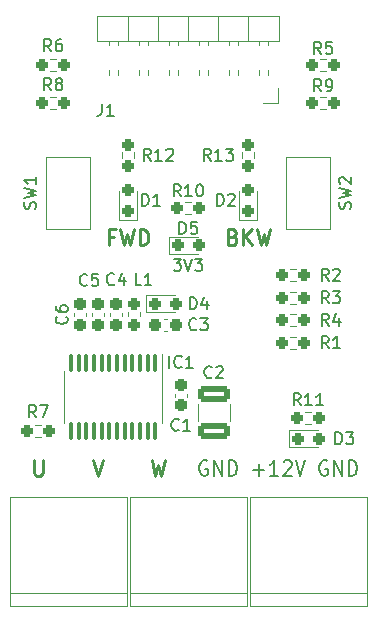
<source format=gto>
G04 #@! TF.GenerationSoftware,KiCad,Pcbnew,7.0.9-7.0.9~ubuntu20.04.1*
G04 #@! TF.CreationDate,2024-01-18T00:40:07+01:00*
G04 #@! TF.ProjectId,kicad-pmod_bldc,6b696361-642d-4706-9d6f-645f626c6463,1.0*
G04 #@! TF.SameCoordinates,Original*
G04 #@! TF.FileFunction,Legend,Top*
G04 #@! TF.FilePolarity,Positive*
%FSLAX46Y46*%
G04 Gerber Fmt 4.6, Leading zero omitted, Abs format (unit mm)*
G04 Created by KiCad (PCBNEW 7.0.9-7.0.9~ubuntu20.04.1) date 2024-01-18 00:40:07*
%MOMM*%
%LPD*%
G01*
G04 APERTURE LIST*
G04 Aperture macros list*
%AMRoundRect*
0 Rectangle with rounded corners*
0 $1 Rounding radius*
0 $2 $3 $4 $5 $6 $7 $8 $9 X,Y pos of 4 corners*
0 Add a 4 corners polygon primitive as box body*
4,1,4,$2,$3,$4,$5,$6,$7,$8,$9,$2,$3,0*
0 Add four circle primitives for the rounded corners*
1,1,$1+$1,$2,$3*
1,1,$1+$1,$4,$5*
1,1,$1+$1,$6,$7*
1,1,$1+$1,$8,$9*
0 Add four rect primitives between the rounded corners*
20,1,$1+$1,$2,$3,$4,$5,0*
20,1,$1+$1,$4,$5,$6,$7,0*
20,1,$1+$1,$6,$7,$8,$9,0*
20,1,$1+$1,$8,$9,$2,$3,0*%
G04 Aperture macros list end*
%ADD10C,0.150000*%
%ADD11C,0.260000*%
%ADD12C,0.120000*%
%ADD13RoundRect,0.237500X0.250000X0.237500X-0.250000X0.237500X-0.250000X-0.237500X0.250000X-0.237500X0*%
%ADD14RoundRect,0.237500X0.237500X-0.287500X0.237500X0.287500X-0.237500X0.287500X-0.237500X-0.287500X0*%
%ADD15RoundRect,0.237500X-0.287500X-0.237500X0.287500X-0.237500X0.287500X0.237500X-0.287500X0.237500X0*%
%ADD16RoundRect,0.237500X-0.237500X0.300000X-0.237500X-0.300000X0.237500X-0.300000X0.237500X0.300000X0*%
%ADD17R,1.500000X1.500000*%
%ADD18R,1.700000X1.700000*%
%ADD19O,1.700000X1.700000*%
%ADD20RoundRect,0.237500X-0.250000X-0.237500X0.250000X-0.237500X0.250000X0.237500X-0.250000X0.237500X0*%
%ADD21R,3.000000X3.000000*%
%ADD22C,3.000000*%
%ADD23RoundRect,0.237500X-0.300000X-0.237500X0.300000X-0.237500X0.300000X0.237500X-0.300000X0.237500X0*%
%ADD24RoundRect,0.237500X-0.237500X0.250000X-0.237500X-0.250000X0.237500X-0.250000X0.237500X0.250000X0*%
%ADD25RoundRect,0.250000X1.100000X-0.412500X1.100000X0.412500X-1.100000X0.412500X-1.100000X-0.412500X0*%
%ADD26R,4.680000X2.400000*%
%ADD27RoundRect,0.100000X-0.100000X0.687500X-0.100000X-0.687500X0.100000X-0.687500X0.100000X0.687500X0*%
%ADD28RoundRect,0.237500X0.237500X-0.300000X0.237500X0.300000X-0.237500X0.300000X-0.237500X-0.300000X0*%
%ADD29RoundRect,0.237500X-0.237500X0.287500X-0.237500X-0.287500X0.237500X-0.287500X0.237500X0.287500X0*%
G04 APERTURE END LIST*
D10*
X113061905Y-71640819D02*
X113680952Y-71640819D01*
X113680952Y-71640819D02*
X113347619Y-72021771D01*
X113347619Y-72021771D02*
X113490476Y-72021771D01*
X113490476Y-72021771D02*
X113585714Y-72069390D01*
X113585714Y-72069390D02*
X113633333Y-72117009D01*
X113633333Y-72117009D02*
X113680952Y-72212247D01*
X113680952Y-72212247D02*
X113680952Y-72450342D01*
X113680952Y-72450342D02*
X113633333Y-72545580D01*
X113633333Y-72545580D02*
X113585714Y-72593200D01*
X113585714Y-72593200D02*
X113490476Y-72640819D01*
X113490476Y-72640819D02*
X113204762Y-72640819D01*
X113204762Y-72640819D02*
X113109524Y-72593200D01*
X113109524Y-72593200D02*
X113061905Y-72545580D01*
X113966667Y-71640819D02*
X114300000Y-72640819D01*
X114300000Y-72640819D02*
X114633333Y-71640819D01*
X114871429Y-71640819D02*
X115490476Y-71640819D01*
X115490476Y-71640819D02*
X115157143Y-72021771D01*
X115157143Y-72021771D02*
X115300000Y-72021771D01*
X115300000Y-72021771D02*
X115395238Y-72069390D01*
X115395238Y-72069390D02*
X115442857Y-72117009D01*
X115442857Y-72117009D02*
X115490476Y-72212247D01*
X115490476Y-72212247D02*
X115490476Y-72450342D01*
X115490476Y-72450342D02*
X115442857Y-72545580D01*
X115442857Y-72545580D02*
X115395238Y-72593200D01*
X115395238Y-72593200D02*
X115300000Y-72640819D01*
X115300000Y-72640819D02*
X115014286Y-72640819D01*
X115014286Y-72640819D02*
X114919048Y-72593200D01*
X114919048Y-72593200D02*
X114871429Y-72545580D01*
X115925714Y-88765009D02*
X115811429Y-88703104D01*
X115811429Y-88703104D02*
X115640000Y-88703104D01*
X115640000Y-88703104D02*
X115468571Y-88765009D01*
X115468571Y-88765009D02*
X115354286Y-88888819D01*
X115354286Y-88888819D02*
X115297143Y-89012628D01*
X115297143Y-89012628D02*
X115240000Y-89260247D01*
X115240000Y-89260247D02*
X115240000Y-89445961D01*
X115240000Y-89445961D02*
X115297143Y-89693580D01*
X115297143Y-89693580D02*
X115354286Y-89817390D01*
X115354286Y-89817390D02*
X115468571Y-89941200D01*
X115468571Y-89941200D02*
X115640000Y-90003104D01*
X115640000Y-90003104D02*
X115754286Y-90003104D01*
X115754286Y-90003104D02*
X115925714Y-89941200D01*
X115925714Y-89941200D02*
X115982857Y-89879295D01*
X115982857Y-89879295D02*
X115982857Y-89445961D01*
X115982857Y-89445961D02*
X115754286Y-89445961D01*
X116497143Y-90003104D02*
X116497143Y-88703104D01*
X116497143Y-88703104D02*
X117182857Y-90003104D01*
X117182857Y-90003104D02*
X117182857Y-88703104D01*
X117754286Y-90003104D02*
X117754286Y-88703104D01*
X117754286Y-88703104D02*
X118040000Y-88703104D01*
X118040000Y-88703104D02*
X118211429Y-88765009D01*
X118211429Y-88765009D02*
X118325714Y-88888819D01*
X118325714Y-88888819D02*
X118382857Y-89012628D01*
X118382857Y-89012628D02*
X118440000Y-89260247D01*
X118440000Y-89260247D02*
X118440000Y-89445961D01*
X118440000Y-89445961D02*
X118382857Y-89693580D01*
X118382857Y-89693580D02*
X118325714Y-89817390D01*
X118325714Y-89817390D02*
X118211429Y-89941200D01*
X118211429Y-89941200D02*
X118040000Y-90003104D01*
X118040000Y-90003104D02*
X117754286Y-90003104D01*
X119805715Y-89507866D02*
X120720001Y-89507866D01*
X120262858Y-90003104D02*
X120262858Y-89012628D01*
X121920000Y-90003104D02*
X121234286Y-90003104D01*
X121577143Y-90003104D02*
X121577143Y-88703104D01*
X121577143Y-88703104D02*
X121462857Y-88888819D01*
X121462857Y-88888819D02*
X121348572Y-89012628D01*
X121348572Y-89012628D02*
X121234286Y-89074533D01*
X122377143Y-88826914D02*
X122434286Y-88765009D01*
X122434286Y-88765009D02*
X122548572Y-88703104D01*
X122548572Y-88703104D02*
X122834286Y-88703104D01*
X122834286Y-88703104D02*
X122948572Y-88765009D01*
X122948572Y-88765009D02*
X123005714Y-88826914D01*
X123005714Y-88826914D02*
X123062857Y-88950723D01*
X123062857Y-88950723D02*
X123062857Y-89074533D01*
X123062857Y-89074533D02*
X123005714Y-89260247D01*
X123005714Y-89260247D02*
X122320000Y-90003104D01*
X122320000Y-90003104D02*
X123062857Y-90003104D01*
X123405714Y-88703104D02*
X123805714Y-90003104D01*
X123805714Y-90003104D02*
X124205714Y-88703104D01*
D11*
X118080000Y-69758432D02*
X118265714Y-69820337D01*
X118265714Y-69820337D02*
X118327619Y-69882241D01*
X118327619Y-69882241D02*
X118389523Y-70006051D01*
X118389523Y-70006051D02*
X118389523Y-70191765D01*
X118389523Y-70191765D02*
X118327619Y-70315575D01*
X118327619Y-70315575D02*
X118265714Y-70377480D01*
X118265714Y-70377480D02*
X118141904Y-70439384D01*
X118141904Y-70439384D02*
X117646666Y-70439384D01*
X117646666Y-70439384D02*
X117646666Y-69139384D01*
X117646666Y-69139384D02*
X118080000Y-69139384D01*
X118080000Y-69139384D02*
X118203809Y-69201289D01*
X118203809Y-69201289D02*
X118265714Y-69263194D01*
X118265714Y-69263194D02*
X118327619Y-69387003D01*
X118327619Y-69387003D02*
X118327619Y-69510813D01*
X118327619Y-69510813D02*
X118265714Y-69634622D01*
X118265714Y-69634622D02*
X118203809Y-69696527D01*
X118203809Y-69696527D02*
X118080000Y-69758432D01*
X118080000Y-69758432D02*
X117646666Y-69758432D01*
X118946666Y-70439384D02*
X118946666Y-69139384D01*
X119689523Y-70439384D02*
X119132381Y-69696527D01*
X119689523Y-69139384D02*
X118946666Y-69882241D01*
X120122857Y-69139384D02*
X120432381Y-70439384D01*
X120432381Y-70439384D02*
X120680000Y-69510813D01*
X120680000Y-69510813D02*
X120927619Y-70439384D01*
X120927619Y-70439384D02*
X121237143Y-69139384D01*
D10*
X126085714Y-88765009D02*
X125971429Y-88703104D01*
X125971429Y-88703104D02*
X125800000Y-88703104D01*
X125800000Y-88703104D02*
X125628571Y-88765009D01*
X125628571Y-88765009D02*
X125514286Y-88888819D01*
X125514286Y-88888819D02*
X125457143Y-89012628D01*
X125457143Y-89012628D02*
X125400000Y-89260247D01*
X125400000Y-89260247D02*
X125400000Y-89445961D01*
X125400000Y-89445961D02*
X125457143Y-89693580D01*
X125457143Y-89693580D02*
X125514286Y-89817390D01*
X125514286Y-89817390D02*
X125628571Y-89941200D01*
X125628571Y-89941200D02*
X125800000Y-90003104D01*
X125800000Y-90003104D02*
X125914286Y-90003104D01*
X125914286Y-90003104D02*
X126085714Y-89941200D01*
X126085714Y-89941200D02*
X126142857Y-89879295D01*
X126142857Y-89879295D02*
X126142857Y-89445961D01*
X126142857Y-89445961D02*
X125914286Y-89445961D01*
X126657143Y-90003104D02*
X126657143Y-88703104D01*
X126657143Y-88703104D02*
X127342857Y-90003104D01*
X127342857Y-90003104D02*
X127342857Y-88703104D01*
X127914286Y-90003104D02*
X127914286Y-88703104D01*
X127914286Y-88703104D02*
X128200000Y-88703104D01*
X128200000Y-88703104D02*
X128371429Y-88765009D01*
X128371429Y-88765009D02*
X128485714Y-88888819D01*
X128485714Y-88888819D02*
X128542857Y-89012628D01*
X128542857Y-89012628D02*
X128600000Y-89260247D01*
X128600000Y-89260247D02*
X128600000Y-89445961D01*
X128600000Y-89445961D02*
X128542857Y-89693580D01*
X128542857Y-89693580D02*
X128485714Y-89817390D01*
X128485714Y-89817390D02*
X128371429Y-89941200D01*
X128371429Y-89941200D02*
X128200000Y-90003104D01*
X128200000Y-90003104D02*
X127914286Y-90003104D01*
D11*
X106246666Y-88697384D02*
X106679999Y-89997384D01*
X106679999Y-89997384D02*
X107113333Y-88697384D01*
X101228571Y-88697384D02*
X101228571Y-89749765D01*
X101228571Y-89749765D02*
X101290476Y-89873575D01*
X101290476Y-89873575D02*
X101352381Y-89935480D01*
X101352381Y-89935480D02*
X101476190Y-89997384D01*
X101476190Y-89997384D02*
X101723809Y-89997384D01*
X101723809Y-89997384D02*
X101847619Y-89935480D01*
X101847619Y-89935480D02*
X101909524Y-89873575D01*
X101909524Y-89873575D02*
X101971428Y-89749765D01*
X101971428Y-89749765D02*
X101971428Y-88697384D01*
X108012857Y-69758432D02*
X107579523Y-69758432D01*
X107579523Y-70439384D02*
X107579523Y-69139384D01*
X107579523Y-69139384D02*
X108198571Y-69139384D01*
X108570000Y-69139384D02*
X108879524Y-70439384D01*
X108879524Y-70439384D02*
X109127143Y-69510813D01*
X109127143Y-69510813D02*
X109374762Y-70439384D01*
X109374762Y-70439384D02*
X109684286Y-69139384D01*
X110179523Y-70439384D02*
X110179523Y-69139384D01*
X110179523Y-69139384D02*
X110489047Y-69139384D01*
X110489047Y-69139384D02*
X110674761Y-69201289D01*
X110674761Y-69201289D02*
X110798571Y-69325099D01*
X110798571Y-69325099D02*
X110860476Y-69448908D01*
X110860476Y-69448908D02*
X110922380Y-69696527D01*
X110922380Y-69696527D02*
X110922380Y-69882241D01*
X110922380Y-69882241D02*
X110860476Y-70129860D01*
X110860476Y-70129860D02*
X110798571Y-70253670D01*
X110798571Y-70253670D02*
X110674761Y-70377480D01*
X110674761Y-70377480D02*
X110489047Y-70439384D01*
X110489047Y-70439384D02*
X110179523Y-70439384D01*
X111202857Y-88697384D02*
X111512381Y-89997384D01*
X111512381Y-89997384D02*
X111760000Y-89068813D01*
X111760000Y-89068813D02*
X112007619Y-89997384D01*
X112007619Y-89997384D02*
X112317143Y-88697384D01*
D10*
X101433333Y-85036819D02*
X101100000Y-84560628D01*
X100861905Y-85036819D02*
X100861905Y-84036819D01*
X100861905Y-84036819D02*
X101242857Y-84036819D01*
X101242857Y-84036819D02*
X101338095Y-84084438D01*
X101338095Y-84084438D02*
X101385714Y-84132057D01*
X101385714Y-84132057D02*
X101433333Y-84227295D01*
X101433333Y-84227295D02*
X101433333Y-84370152D01*
X101433333Y-84370152D02*
X101385714Y-84465390D01*
X101385714Y-84465390D02*
X101338095Y-84513009D01*
X101338095Y-84513009D02*
X101242857Y-84560628D01*
X101242857Y-84560628D02*
X100861905Y-84560628D01*
X101766667Y-84036819D02*
X102433333Y-84036819D01*
X102433333Y-84036819D02*
X102004762Y-85036819D01*
X126198333Y-73479819D02*
X125865000Y-73003628D01*
X125626905Y-73479819D02*
X125626905Y-72479819D01*
X125626905Y-72479819D02*
X126007857Y-72479819D01*
X126007857Y-72479819D02*
X126103095Y-72527438D01*
X126103095Y-72527438D02*
X126150714Y-72575057D01*
X126150714Y-72575057D02*
X126198333Y-72670295D01*
X126198333Y-72670295D02*
X126198333Y-72813152D01*
X126198333Y-72813152D02*
X126150714Y-72908390D01*
X126150714Y-72908390D02*
X126103095Y-72956009D01*
X126103095Y-72956009D02*
X126007857Y-73003628D01*
X126007857Y-73003628D02*
X125626905Y-73003628D01*
X126579286Y-72575057D02*
X126626905Y-72527438D01*
X126626905Y-72527438D02*
X126722143Y-72479819D01*
X126722143Y-72479819D02*
X126960238Y-72479819D01*
X126960238Y-72479819D02*
X127055476Y-72527438D01*
X127055476Y-72527438D02*
X127103095Y-72575057D01*
X127103095Y-72575057D02*
X127150714Y-72670295D01*
X127150714Y-72670295D02*
X127150714Y-72765533D01*
X127150714Y-72765533D02*
X127103095Y-72908390D01*
X127103095Y-72908390D02*
X126531667Y-73479819D01*
X126531667Y-73479819D02*
X127150714Y-73479819D01*
X110386905Y-67129819D02*
X110386905Y-66129819D01*
X110386905Y-66129819D02*
X110625000Y-66129819D01*
X110625000Y-66129819D02*
X110767857Y-66177438D01*
X110767857Y-66177438D02*
X110863095Y-66272676D01*
X110863095Y-66272676D02*
X110910714Y-66367914D01*
X110910714Y-66367914D02*
X110958333Y-66558390D01*
X110958333Y-66558390D02*
X110958333Y-66701247D01*
X110958333Y-66701247D02*
X110910714Y-66891723D01*
X110910714Y-66891723D02*
X110863095Y-66986961D01*
X110863095Y-66986961D02*
X110767857Y-67082200D01*
X110767857Y-67082200D02*
X110625000Y-67129819D01*
X110625000Y-67129819D02*
X110386905Y-67129819D01*
X111910714Y-67129819D02*
X111339286Y-67129819D01*
X111625000Y-67129819D02*
X111625000Y-66129819D01*
X111625000Y-66129819D02*
X111529762Y-66272676D01*
X111529762Y-66272676D02*
X111434524Y-66367914D01*
X111434524Y-66367914D02*
X111339286Y-66415533D01*
X126769905Y-87322819D02*
X126769905Y-86322819D01*
X126769905Y-86322819D02*
X127008000Y-86322819D01*
X127008000Y-86322819D02*
X127150857Y-86370438D01*
X127150857Y-86370438D02*
X127246095Y-86465676D01*
X127246095Y-86465676D02*
X127293714Y-86560914D01*
X127293714Y-86560914D02*
X127341333Y-86751390D01*
X127341333Y-86751390D02*
X127341333Y-86894247D01*
X127341333Y-86894247D02*
X127293714Y-87084723D01*
X127293714Y-87084723D02*
X127246095Y-87179961D01*
X127246095Y-87179961D02*
X127150857Y-87275200D01*
X127150857Y-87275200D02*
X127008000Y-87322819D01*
X127008000Y-87322819D02*
X126769905Y-87322819D01*
X127674667Y-86322819D02*
X128293714Y-86322819D01*
X128293714Y-86322819D02*
X127960381Y-86703771D01*
X127960381Y-86703771D02*
X128103238Y-86703771D01*
X128103238Y-86703771D02*
X128198476Y-86751390D01*
X128198476Y-86751390D02*
X128246095Y-86799009D01*
X128246095Y-86799009D02*
X128293714Y-86894247D01*
X128293714Y-86894247D02*
X128293714Y-87132342D01*
X128293714Y-87132342D02*
X128246095Y-87227580D01*
X128246095Y-87227580D02*
X128198476Y-87275200D01*
X128198476Y-87275200D02*
X128103238Y-87322819D01*
X128103238Y-87322819D02*
X127817524Y-87322819D01*
X127817524Y-87322819D02*
X127722286Y-87275200D01*
X127722286Y-87275200D02*
X127674667Y-87227580D01*
X105751333Y-73818580D02*
X105703714Y-73866200D01*
X105703714Y-73866200D02*
X105560857Y-73913819D01*
X105560857Y-73913819D02*
X105465619Y-73913819D01*
X105465619Y-73913819D02*
X105322762Y-73866200D01*
X105322762Y-73866200D02*
X105227524Y-73770961D01*
X105227524Y-73770961D02*
X105179905Y-73675723D01*
X105179905Y-73675723D02*
X105132286Y-73485247D01*
X105132286Y-73485247D02*
X105132286Y-73342390D01*
X105132286Y-73342390D02*
X105179905Y-73151914D01*
X105179905Y-73151914D02*
X105227524Y-73056676D01*
X105227524Y-73056676D02*
X105322762Y-72961438D01*
X105322762Y-72961438D02*
X105465619Y-72913819D01*
X105465619Y-72913819D02*
X105560857Y-72913819D01*
X105560857Y-72913819D02*
X105703714Y-72961438D01*
X105703714Y-72961438D02*
X105751333Y-73009057D01*
X106656095Y-72913819D02*
X106179905Y-72913819D01*
X106179905Y-72913819D02*
X106132286Y-73390009D01*
X106132286Y-73390009D02*
X106179905Y-73342390D01*
X106179905Y-73342390D02*
X106275143Y-73294771D01*
X106275143Y-73294771D02*
X106513238Y-73294771D01*
X106513238Y-73294771D02*
X106608476Y-73342390D01*
X106608476Y-73342390D02*
X106656095Y-73390009D01*
X106656095Y-73390009D02*
X106703714Y-73485247D01*
X106703714Y-73485247D02*
X106703714Y-73723342D01*
X106703714Y-73723342D02*
X106656095Y-73818580D01*
X106656095Y-73818580D02*
X106608476Y-73866200D01*
X106608476Y-73866200D02*
X106513238Y-73913819D01*
X106513238Y-73913819D02*
X106275143Y-73913819D01*
X106275143Y-73913819D02*
X106179905Y-73866200D01*
X106179905Y-73866200D02*
X106132286Y-73818580D01*
X101372200Y-67373332D02*
X101419819Y-67230475D01*
X101419819Y-67230475D02*
X101419819Y-66992380D01*
X101419819Y-66992380D02*
X101372200Y-66897142D01*
X101372200Y-66897142D02*
X101324580Y-66849523D01*
X101324580Y-66849523D02*
X101229342Y-66801904D01*
X101229342Y-66801904D02*
X101134104Y-66801904D01*
X101134104Y-66801904D02*
X101038866Y-66849523D01*
X101038866Y-66849523D02*
X100991247Y-66897142D01*
X100991247Y-66897142D02*
X100943628Y-66992380D01*
X100943628Y-66992380D02*
X100896009Y-67182856D01*
X100896009Y-67182856D02*
X100848390Y-67278094D01*
X100848390Y-67278094D02*
X100800771Y-67325713D01*
X100800771Y-67325713D02*
X100705533Y-67373332D01*
X100705533Y-67373332D02*
X100610295Y-67373332D01*
X100610295Y-67373332D02*
X100515057Y-67325713D01*
X100515057Y-67325713D02*
X100467438Y-67278094D01*
X100467438Y-67278094D02*
X100419819Y-67182856D01*
X100419819Y-67182856D02*
X100419819Y-66944761D01*
X100419819Y-66944761D02*
X100467438Y-66801904D01*
X100419819Y-66468570D02*
X101419819Y-66230475D01*
X101419819Y-66230475D02*
X100705533Y-66039999D01*
X100705533Y-66039999D02*
X101419819Y-65849523D01*
X101419819Y-65849523D02*
X100419819Y-65611428D01*
X101419819Y-64706666D02*
X101419819Y-65278094D01*
X101419819Y-64992380D02*
X100419819Y-64992380D01*
X100419819Y-64992380D02*
X100562676Y-65087618D01*
X100562676Y-65087618D02*
X100657914Y-65182856D01*
X100657914Y-65182856D02*
X100705533Y-65278094D01*
X106981666Y-58509819D02*
X106981666Y-59224104D01*
X106981666Y-59224104D02*
X106934047Y-59366961D01*
X106934047Y-59366961D02*
X106838809Y-59462200D01*
X106838809Y-59462200D02*
X106695952Y-59509819D01*
X106695952Y-59509819D02*
X106600714Y-59509819D01*
X107981666Y-59509819D02*
X107410238Y-59509819D01*
X107695952Y-59509819D02*
X107695952Y-58509819D01*
X107695952Y-58509819D02*
X107600714Y-58652676D01*
X107600714Y-58652676D02*
X107505476Y-58747914D01*
X107505476Y-58747914D02*
X107410238Y-58795533D01*
X125563333Y-54269819D02*
X125230000Y-53793628D01*
X124991905Y-54269819D02*
X124991905Y-53269819D01*
X124991905Y-53269819D02*
X125372857Y-53269819D01*
X125372857Y-53269819D02*
X125468095Y-53317438D01*
X125468095Y-53317438D02*
X125515714Y-53365057D01*
X125515714Y-53365057D02*
X125563333Y-53460295D01*
X125563333Y-53460295D02*
X125563333Y-53603152D01*
X125563333Y-53603152D02*
X125515714Y-53698390D01*
X125515714Y-53698390D02*
X125468095Y-53746009D01*
X125468095Y-53746009D02*
X125372857Y-53793628D01*
X125372857Y-53793628D02*
X124991905Y-53793628D01*
X126468095Y-53269819D02*
X125991905Y-53269819D01*
X125991905Y-53269819D02*
X125944286Y-53746009D01*
X125944286Y-53746009D02*
X125991905Y-53698390D01*
X125991905Y-53698390D02*
X126087143Y-53650771D01*
X126087143Y-53650771D02*
X126325238Y-53650771D01*
X126325238Y-53650771D02*
X126420476Y-53698390D01*
X126420476Y-53698390D02*
X126468095Y-53746009D01*
X126468095Y-53746009D02*
X126515714Y-53841247D01*
X126515714Y-53841247D02*
X126515714Y-54079342D01*
X126515714Y-54079342D02*
X126468095Y-54174580D01*
X126468095Y-54174580D02*
X126420476Y-54222200D01*
X126420476Y-54222200D02*
X126325238Y-54269819D01*
X126325238Y-54269819D02*
X126087143Y-54269819D01*
X126087143Y-54269819D02*
X125991905Y-54222200D01*
X125991905Y-54222200D02*
X125944286Y-54174580D01*
X114995833Y-77575580D02*
X114948214Y-77623200D01*
X114948214Y-77623200D02*
X114805357Y-77670819D01*
X114805357Y-77670819D02*
X114710119Y-77670819D01*
X114710119Y-77670819D02*
X114567262Y-77623200D01*
X114567262Y-77623200D02*
X114472024Y-77527961D01*
X114472024Y-77527961D02*
X114424405Y-77432723D01*
X114424405Y-77432723D02*
X114376786Y-77242247D01*
X114376786Y-77242247D02*
X114376786Y-77099390D01*
X114376786Y-77099390D02*
X114424405Y-76908914D01*
X114424405Y-76908914D02*
X114472024Y-76813676D01*
X114472024Y-76813676D02*
X114567262Y-76718438D01*
X114567262Y-76718438D02*
X114710119Y-76670819D01*
X114710119Y-76670819D02*
X114805357Y-76670819D01*
X114805357Y-76670819D02*
X114948214Y-76718438D01*
X114948214Y-76718438D02*
X114995833Y-76766057D01*
X115329167Y-76670819D02*
X115948214Y-76670819D01*
X115948214Y-76670819D02*
X115614881Y-77051771D01*
X115614881Y-77051771D02*
X115757738Y-77051771D01*
X115757738Y-77051771D02*
X115852976Y-77099390D01*
X115852976Y-77099390D02*
X115900595Y-77147009D01*
X115900595Y-77147009D02*
X115948214Y-77242247D01*
X115948214Y-77242247D02*
X115948214Y-77480342D01*
X115948214Y-77480342D02*
X115900595Y-77575580D01*
X115900595Y-77575580D02*
X115852976Y-77623200D01*
X115852976Y-77623200D02*
X115757738Y-77670819D01*
X115757738Y-77670819D02*
X115472024Y-77670819D01*
X115472024Y-77670819D02*
X115376786Y-77623200D01*
X115376786Y-77623200D02*
X115329167Y-77575580D01*
X126198333Y-79194819D02*
X125865000Y-78718628D01*
X125626905Y-79194819D02*
X125626905Y-78194819D01*
X125626905Y-78194819D02*
X126007857Y-78194819D01*
X126007857Y-78194819D02*
X126103095Y-78242438D01*
X126103095Y-78242438D02*
X126150714Y-78290057D01*
X126150714Y-78290057D02*
X126198333Y-78385295D01*
X126198333Y-78385295D02*
X126198333Y-78528152D01*
X126198333Y-78528152D02*
X126150714Y-78623390D01*
X126150714Y-78623390D02*
X126103095Y-78671009D01*
X126103095Y-78671009D02*
X126007857Y-78718628D01*
X126007857Y-78718628D02*
X125626905Y-78718628D01*
X127150714Y-79194819D02*
X126579286Y-79194819D01*
X126865000Y-79194819D02*
X126865000Y-78194819D01*
X126865000Y-78194819D02*
X126769762Y-78337676D01*
X126769762Y-78337676D02*
X126674524Y-78432914D01*
X126674524Y-78432914D02*
X126579286Y-78480533D01*
X114450905Y-75892819D02*
X114450905Y-74892819D01*
X114450905Y-74892819D02*
X114689000Y-74892819D01*
X114689000Y-74892819D02*
X114831857Y-74940438D01*
X114831857Y-74940438D02*
X114927095Y-75035676D01*
X114927095Y-75035676D02*
X114974714Y-75130914D01*
X114974714Y-75130914D02*
X115022333Y-75321390D01*
X115022333Y-75321390D02*
X115022333Y-75464247D01*
X115022333Y-75464247D02*
X114974714Y-75654723D01*
X114974714Y-75654723D02*
X114927095Y-75749961D01*
X114927095Y-75749961D02*
X114831857Y-75845200D01*
X114831857Y-75845200D02*
X114689000Y-75892819D01*
X114689000Y-75892819D02*
X114450905Y-75892819D01*
X115879476Y-75226152D02*
X115879476Y-75892819D01*
X115641381Y-74845200D02*
X115403286Y-75559485D01*
X115403286Y-75559485D02*
X116022333Y-75559485D01*
X111117142Y-63319819D02*
X110783809Y-62843628D01*
X110545714Y-63319819D02*
X110545714Y-62319819D01*
X110545714Y-62319819D02*
X110926666Y-62319819D01*
X110926666Y-62319819D02*
X111021904Y-62367438D01*
X111021904Y-62367438D02*
X111069523Y-62415057D01*
X111069523Y-62415057D02*
X111117142Y-62510295D01*
X111117142Y-62510295D02*
X111117142Y-62653152D01*
X111117142Y-62653152D02*
X111069523Y-62748390D01*
X111069523Y-62748390D02*
X111021904Y-62796009D01*
X111021904Y-62796009D02*
X110926666Y-62843628D01*
X110926666Y-62843628D02*
X110545714Y-62843628D01*
X112069523Y-63319819D02*
X111498095Y-63319819D01*
X111783809Y-63319819D02*
X111783809Y-62319819D01*
X111783809Y-62319819D02*
X111688571Y-62462676D01*
X111688571Y-62462676D02*
X111593333Y-62557914D01*
X111593333Y-62557914D02*
X111498095Y-62605533D01*
X112450476Y-62415057D02*
X112498095Y-62367438D01*
X112498095Y-62367438D02*
X112593333Y-62319819D01*
X112593333Y-62319819D02*
X112831428Y-62319819D01*
X112831428Y-62319819D02*
X112926666Y-62367438D01*
X112926666Y-62367438D02*
X112974285Y-62415057D01*
X112974285Y-62415057D02*
X113021904Y-62510295D01*
X113021904Y-62510295D02*
X113021904Y-62605533D01*
X113021904Y-62605533D02*
X112974285Y-62748390D01*
X112974285Y-62748390D02*
X112402857Y-63319819D01*
X112402857Y-63319819D02*
X113021904Y-63319819D01*
X116292333Y-81639580D02*
X116244714Y-81687200D01*
X116244714Y-81687200D02*
X116101857Y-81734819D01*
X116101857Y-81734819D02*
X116006619Y-81734819D01*
X116006619Y-81734819D02*
X115863762Y-81687200D01*
X115863762Y-81687200D02*
X115768524Y-81591961D01*
X115768524Y-81591961D02*
X115720905Y-81496723D01*
X115720905Y-81496723D02*
X115673286Y-81306247D01*
X115673286Y-81306247D02*
X115673286Y-81163390D01*
X115673286Y-81163390D02*
X115720905Y-80972914D01*
X115720905Y-80972914D02*
X115768524Y-80877676D01*
X115768524Y-80877676D02*
X115863762Y-80782438D01*
X115863762Y-80782438D02*
X116006619Y-80734819D01*
X116006619Y-80734819D02*
X116101857Y-80734819D01*
X116101857Y-80734819D02*
X116244714Y-80782438D01*
X116244714Y-80782438D02*
X116292333Y-80830057D01*
X116673286Y-80830057D02*
X116720905Y-80782438D01*
X116720905Y-80782438D02*
X116816143Y-80734819D01*
X116816143Y-80734819D02*
X117054238Y-80734819D01*
X117054238Y-80734819D02*
X117149476Y-80782438D01*
X117149476Y-80782438D02*
X117197095Y-80830057D01*
X117197095Y-80830057D02*
X117244714Y-80925295D01*
X117244714Y-80925295D02*
X117244714Y-81020533D01*
X117244714Y-81020533D02*
X117197095Y-81163390D01*
X117197095Y-81163390D02*
X116625667Y-81734819D01*
X116625667Y-81734819D02*
X117244714Y-81734819D01*
X126198333Y-75384819D02*
X125865000Y-74908628D01*
X125626905Y-75384819D02*
X125626905Y-74384819D01*
X125626905Y-74384819D02*
X126007857Y-74384819D01*
X126007857Y-74384819D02*
X126103095Y-74432438D01*
X126103095Y-74432438D02*
X126150714Y-74480057D01*
X126150714Y-74480057D02*
X126198333Y-74575295D01*
X126198333Y-74575295D02*
X126198333Y-74718152D01*
X126198333Y-74718152D02*
X126150714Y-74813390D01*
X126150714Y-74813390D02*
X126103095Y-74861009D01*
X126103095Y-74861009D02*
X126007857Y-74908628D01*
X126007857Y-74908628D02*
X125626905Y-74908628D01*
X126531667Y-74384819D02*
X127150714Y-74384819D01*
X127150714Y-74384819D02*
X126817381Y-74765771D01*
X126817381Y-74765771D02*
X126960238Y-74765771D01*
X126960238Y-74765771D02*
X127055476Y-74813390D01*
X127055476Y-74813390D02*
X127103095Y-74861009D01*
X127103095Y-74861009D02*
X127150714Y-74956247D01*
X127150714Y-74956247D02*
X127150714Y-75194342D01*
X127150714Y-75194342D02*
X127103095Y-75289580D01*
X127103095Y-75289580D02*
X127055476Y-75337200D01*
X127055476Y-75337200D02*
X126960238Y-75384819D01*
X126960238Y-75384819D02*
X126674524Y-75384819D01*
X126674524Y-75384819D02*
X126579286Y-75337200D01*
X126579286Y-75337200D02*
X126531667Y-75289580D01*
X103991580Y-76520166D02*
X104039200Y-76567785D01*
X104039200Y-76567785D02*
X104086819Y-76710642D01*
X104086819Y-76710642D02*
X104086819Y-76805880D01*
X104086819Y-76805880D02*
X104039200Y-76948737D01*
X104039200Y-76948737D02*
X103943961Y-77043975D01*
X103943961Y-77043975D02*
X103848723Y-77091594D01*
X103848723Y-77091594D02*
X103658247Y-77139213D01*
X103658247Y-77139213D02*
X103515390Y-77139213D01*
X103515390Y-77139213D02*
X103324914Y-77091594D01*
X103324914Y-77091594D02*
X103229676Y-77043975D01*
X103229676Y-77043975D02*
X103134438Y-76948737D01*
X103134438Y-76948737D02*
X103086819Y-76805880D01*
X103086819Y-76805880D02*
X103086819Y-76710642D01*
X103086819Y-76710642D02*
X103134438Y-76567785D01*
X103134438Y-76567785D02*
X103182057Y-76520166D01*
X103086819Y-75663023D02*
X103086819Y-75853499D01*
X103086819Y-75853499D02*
X103134438Y-75948737D01*
X103134438Y-75948737D02*
X103182057Y-75996356D01*
X103182057Y-75996356D02*
X103324914Y-76091594D01*
X103324914Y-76091594D02*
X103515390Y-76139213D01*
X103515390Y-76139213D02*
X103896342Y-76139213D01*
X103896342Y-76139213D02*
X103991580Y-76091594D01*
X103991580Y-76091594D02*
X104039200Y-76043975D01*
X104039200Y-76043975D02*
X104086819Y-75948737D01*
X104086819Y-75948737D02*
X104086819Y-75758261D01*
X104086819Y-75758261D02*
X104039200Y-75663023D01*
X104039200Y-75663023D02*
X103991580Y-75615404D01*
X103991580Y-75615404D02*
X103896342Y-75567785D01*
X103896342Y-75567785D02*
X103658247Y-75567785D01*
X103658247Y-75567785D02*
X103563009Y-75615404D01*
X103563009Y-75615404D02*
X103515390Y-75663023D01*
X103515390Y-75663023D02*
X103467771Y-75758261D01*
X103467771Y-75758261D02*
X103467771Y-75948737D01*
X103467771Y-75948737D02*
X103515390Y-76043975D01*
X103515390Y-76043975D02*
X103563009Y-76091594D01*
X103563009Y-76091594D02*
X103658247Y-76139213D01*
X113657142Y-66334819D02*
X113323809Y-65858628D01*
X113085714Y-66334819D02*
X113085714Y-65334819D01*
X113085714Y-65334819D02*
X113466666Y-65334819D01*
X113466666Y-65334819D02*
X113561904Y-65382438D01*
X113561904Y-65382438D02*
X113609523Y-65430057D01*
X113609523Y-65430057D02*
X113657142Y-65525295D01*
X113657142Y-65525295D02*
X113657142Y-65668152D01*
X113657142Y-65668152D02*
X113609523Y-65763390D01*
X113609523Y-65763390D02*
X113561904Y-65811009D01*
X113561904Y-65811009D02*
X113466666Y-65858628D01*
X113466666Y-65858628D02*
X113085714Y-65858628D01*
X114609523Y-66334819D02*
X114038095Y-66334819D01*
X114323809Y-66334819D02*
X114323809Y-65334819D01*
X114323809Y-65334819D02*
X114228571Y-65477676D01*
X114228571Y-65477676D02*
X114133333Y-65572914D01*
X114133333Y-65572914D02*
X114038095Y-65620533D01*
X115228571Y-65334819D02*
X115323809Y-65334819D01*
X115323809Y-65334819D02*
X115419047Y-65382438D01*
X115419047Y-65382438D02*
X115466666Y-65430057D01*
X115466666Y-65430057D02*
X115514285Y-65525295D01*
X115514285Y-65525295D02*
X115561904Y-65715771D01*
X115561904Y-65715771D02*
X115561904Y-65953866D01*
X115561904Y-65953866D02*
X115514285Y-66144342D01*
X115514285Y-66144342D02*
X115466666Y-66239580D01*
X115466666Y-66239580D02*
X115419047Y-66287200D01*
X115419047Y-66287200D02*
X115323809Y-66334819D01*
X115323809Y-66334819D02*
X115228571Y-66334819D01*
X115228571Y-66334819D02*
X115133333Y-66287200D01*
X115133333Y-66287200D02*
X115085714Y-66239580D01*
X115085714Y-66239580D02*
X115038095Y-66144342D01*
X115038095Y-66144342D02*
X114990476Y-65953866D01*
X114990476Y-65953866D02*
X114990476Y-65715771D01*
X114990476Y-65715771D02*
X115038095Y-65525295D01*
X115038095Y-65525295D02*
X115085714Y-65430057D01*
X115085714Y-65430057D02*
X115133333Y-65382438D01*
X115133333Y-65382438D02*
X115228571Y-65334819D01*
X126198333Y-77289819D02*
X125865000Y-76813628D01*
X125626905Y-77289819D02*
X125626905Y-76289819D01*
X125626905Y-76289819D02*
X126007857Y-76289819D01*
X126007857Y-76289819D02*
X126103095Y-76337438D01*
X126103095Y-76337438D02*
X126150714Y-76385057D01*
X126150714Y-76385057D02*
X126198333Y-76480295D01*
X126198333Y-76480295D02*
X126198333Y-76623152D01*
X126198333Y-76623152D02*
X126150714Y-76718390D01*
X126150714Y-76718390D02*
X126103095Y-76766009D01*
X126103095Y-76766009D02*
X126007857Y-76813628D01*
X126007857Y-76813628D02*
X125626905Y-76813628D01*
X127055476Y-76623152D02*
X127055476Y-77289819D01*
X126817381Y-76242200D02*
X126579286Y-76956485D01*
X126579286Y-76956485D02*
X127198333Y-76956485D01*
X108037333Y-73765580D02*
X107989714Y-73813200D01*
X107989714Y-73813200D02*
X107846857Y-73860819D01*
X107846857Y-73860819D02*
X107751619Y-73860819D01*
X107751619Y-73860819D02*
X107608762Y-73813200D01*
X107608762Y-73813200D02*
X107513524Y-73717961D01*
X107513524Y-73717961D02*
X107465905Y-73622723D01*
X107465905Y-73622723D02*
X107418286Y-73432247D01*
X107418286Y-73432247D02*
X107418286Y-73289390D01*
X107418286Y-73289390D02*
X107465905Y-73098914D01*
X107465905Y-73098914D02*
X107513524Y-73003676D01*
X107513524Y-73003676D02*
X107608762Y-72908438D01*
X107608762Y-72908438D02*
X107751619Y-72860819D01*
X107751619Y-72860819D02*
X107846857Y-72860819D01*
X107846857Y-72860819D02*
X107989714Y-72908438D01*
X107989714Y-72908438D02*
X108037333Y-72956057D01*
X108894476Y-73194152D02*
X108894476Y-73860819D01*
X108656381Y-72813200D02*
X108418286Y-73527485D01*
X108418286Y-73527485D02*
X109037333Y-73527485D01*
X116736905Y-67129819D02*
X116736905Y-66129819D01*
X116736905Y-66129819D02*
X116975000Y-66129819D01*
X116975000Y-66129819D02*
X117117857Y-66177438D01*
X117117857Y-66177438D02*
X117213095Y-66272676D01*
X117213095Y-66272676D02*
X117260714Y-66367914D01*
X117260714Y-66367914D02*
X117308333Y-66558390D01*
X117308333Y-66558390D02*
X117308333Y-66701247D01*
X117308333Y-66701247D02*
X117260714Y-66891723D01*
X117260714Y-66891723D02*
X117213095Y-66986961D01*
X117213095Y-66986961D02*
X117117857Y-67082200D01*
X117117857Y-67082200D02*
X116975000Y-67129819D01*
X116975000Y-67129819D02*
X116736905Y-67129819D01*
X117689286Y-66225057D02*
X117736905Y-66177438D01*
X117736905Y-66177438D02*
X117832143Y-66129819D01*
X117832143Y-66129819D02*
X118070238Y-66129819D01*
X118070238Y-66129819D02*
X118165476Y-66177438D01*
X118165476Y-66177438D02*
X118213095Y-66225057D01*
X118213095Y-66225057D02*
X118260714Y-66320295D01*
X118260714Y-66320295D02*
X118260714Y-66415533D01*
X118260714Y-66415533D02*
X118213095Y-66558390D01*
X118213095Y-66558390D02*
X117641667Y-67129819D01*
X117641667Y-67129819D02*
X118260714Y-67129819D01*
X116197142Y-63319819D02*
X115863809Y-62843628D01*
X115625714Y-63319819D02*
X115625714Y-62319819D01*
X115625714Y-62319819D02*
X116006666Y-62319819D01*
X116006666Y-62319819D02*
X116101904Y-62367438D01*
X116101904Y-62367438D02*
X116149523Y-62415057D01*
X116149523Y-62415057D02*
X116197142Y-62510295D01*
X116197142Y-62510295D02*
X116197142Y-62653152D01*
X116197142Y-62653152D02*
X116149523Y-62748390D01*
X116149523Y-62748390D02*
X116101904Y-62796009D01*
X116101904Y-62796009D02*
X116006666Y-62843628D01*
X116006666Y-62843628D02*
X115625714Y-62843628D01*
X117149523Y-63319819D02*
X116578095Y-63319819D01*
X116863809Y-63319819D02*
X116863809Y-62319819D01*
X116863809Y-62319819D02*
X116768571Y-62462676D01*
X116768571Y-62462676D02*
X116673333Y-62557914D01*
X116673333Y-62557914D02*
X116578095Y-62605533D01*
X117482857Y-62319819D02*
X118101904Y-62319819D01*
X118101904Y-62319819D02*
X117768571Y-62700771D01*
X117768571Y-62700771D02*
X117911428Y-62700771D01*
X117911428Y-62700771D02*
X118006666Y-62748390D01*
X118006666Y-62748390D02*
X118054285Y-62796009D01*
X118054285Y-62796009D02*
X118101904Y-62891247D01*
X118101904Y-62891247D02*
X118101904Y-63129342D01*
X118101904Y-63129342D02*
X118054285Y-63224580D01*
X118054285Y-63224580D02*
X118006666Y-63272200D01*
X118006666Y-63272200D02*
X117911428Y-63319819D01*
X117911428Y-63319819D02*
X117625714Y-63319819D01*
X117625714Y-63319819D02*
X117530476Y-63272200D01*
X117530476Y-63272200D02*
X117482857Y-63224580D01*
X113561905Y-69509819D02*
X113561905Y-68509819D01*
X113561905Y-68509819D02*
X113800000Y-68509819D01*
X113800000Y-68509819D02*
X113942857Y-68557438D01*
X113942857Y-68557438D02*
X114038095Y-68652676D01*
X114038095Y-68652676D02*
X114085714Y-68747914D01*
X114085714Y-68747914D02*
X114133333Y-68938390D01*
X114133333Y-68938390D02*
X114133333Y-69081247D01*
X114133333Y-69081247D02*
X114085714Y-69271723D01*
X114085714Y-69271723D02*
X114038095Y-69366961D01*
X114038095Y-69366961D02*
X113942857Y-69462200D01*
X113942857Y-69462200D02*
X113800000Y-69509819D01*
X113800000Y-69509819D02*
X113561905Y-69509819D01*
X115038095Y-68509819D02*
X114561905Y-68509819D01*
X114561905Y-68509819D02*
X114514286Y-68986009D01*
X114514286Y-68986009D02*
X114561905Y-68938390D01*
X114561905Y-68938390D02*
X114657143Y-68890771D01*
X114657143Y-68890771D02*
X114895238Y-68890771D01*
X114895238Y-68890771D02*
X114990476Y-68938390D01*
X114990476Y-68938390D02*
X115038095Y-68986009D01*
X115038095Y-68986009D02*
X115085714Y-69081247D01*
X115085714Y-69081247D02*
X115085714Y-69319342D01*
X115085714Y-69319342D02*
X115038095Y-69414580D01*
X115038095Y-69414580D02*
X114990476Y-69462200D01*
X114990476Y-69462200D02*
X114895238Y-69509819D01*
X114895238Y-69509819D02*
X114657143Y-69509819D01*
X114657143Y-69509819D02*
X114561905Y-69462200D01*
X114561905Y-69462200D02*
X114514286Y-69414580D01*
X102703333Y-57350819D02*
X102370000Y-56874628D01*
X102131905Y-57350819D02*
X102131905Y-56350819D01*
X102131905Y-56350819D02*
X102512857Y-56350819D01*
X102512857Y-56350819D02*
X102608095Y-56398438D01*
X102608095Y-56398438D02*
X102655714Y-56446057D01*
X102655714Y-56446057D02*
X102703333Y-56541295D01*
X102703333Y-56541295D02*
X102703333Y-56684152D01*
X102703333Y-56684152D02*
X102655714Y-56779390D01*
X102655714Y-56779390D02*
X102608095Y-56827009D01*
X102608095Y-56827009D02*
X102512857Y-56874628D01*
X102512857Y-56874628D02*
X102131905Y-56874628D01*
X103274762Y-56779390D02*
X103179524Y-56731771D01*
X103179524Y-56731771D02*
X103131905Y-56684152D01*
X103131905Y-56684152D02*
X103084286Y-56588914D01*
X103084286Y-56588914D02*
X103084286Y-56541295D01*
X103084286Y-56541295D02*
X103131905Y-56446057D01*
X103131905Y-56446057D02*
X103179524Y-56398438D01*
X103179524Y-56398438D02*
X103274762Y-56350819D01*
X103274762Y-56350819D02*
X103465238Y-56350819D01*
X103465238Y-56350819D02*
X103560476Y-56398438D01*
X103560476Y-56398438D02*
X103608095Y-56446057D01*
X103608095Y-56446057D02*
X103655714Y-56541295D01*
X103655714Y-56541295D02*
X103655714Y-56588914D01*
X103655714Y-56588914D02*
X103608095Y-56684152D01*
X103608095Y-56684152D02*
X103560476Y-56731771D01*
X103560476Y-56731771D02*
X103465238Y-56779390D01*
X103465238Y-56779390D02*
X103274762Y-56779390D01*
X103274762Y-56779390D02*
X103179524Y-56827009D01*
X103179524Y-56827009D02*
X103131905Y-56874628D01*
X103131905Y-56874628D02*
X103084286Y-56969866D01*
X103084286Y-56969866D02*
X103084286Y-57160342D01*
X103084286Y-57160342D02*
X103131905Y-57255580D01*
X103131905Y-57255580D02*
X103179524Y-57303200D01*
X103179524Y-57303200D02*
X103274762Y-57350819D01*
X103274762Y-57350819D02*
X103465238Y-57350819D01*
X103465238Y-57350819D02*
X103560476Y-57303200D01*
X103560476Y-57303200D02*
X103608095Y-57255580D01*
X103608095Y-57255580D02*
X103655714Y-57160342D01*
X103655714Y-57160342D02*
X103655714Y-56969866D01*
X103655714Y-56969866D02*
X103608095Y-56874628D01*
X103608095Y-56874628D02*
X103560476Y-56827009D01*
X103560476Y-56827009D02*
X103465238Y-56779390D01*
X112688810Y-80845819D02*
X112688810Y-79845819D01*
X113736428Y-80750580D02*
X113688809Y-80798200D01*
X113688809Y-80798200D02*
X113545952Y-80845819D01*
X113545952Y-80845819D02*
X113450714Y-80845819D01*
X113450714Y-80845819D02*
X113307857Y-80798200D01*
X113307857Y-80798200D02*
X113212619Y-80702961D01*
X113212619Y-80702961D02*
X113165000Y-80607723D01*
X113165000Y-80607723D02*
X113117381Y-80417247D01*
X113117381Y-80417247D02*
X113117381Y-80274390D01*
X113117381Y-80274390D02*
X113165000Y-80083914D01*
X113165000Y-80083914D02*
X113212619Y-79988676D01*
X113212619Y-79988676D02*
X113307857Y-79893438D01*
X113307857Y-79893438D02*
X113450714Y-79845819D01*
X113450714Y-79845819D02*
X113545952Y-79845819D01*
X113545952Y-79845819D02*
X113688809Y-79893438D01*
X113688809Y-79893438D02*
X113736428Y-79941057D01*
X114688809Y-80845819D02*
X114117381Y-80845819D01*
X114403095Y-80845819D02*
X114403095Y-79845819D01*
X114403095Y-79845819D02*
X114307857Y-79988676D01*
X114307857Y-79988676D02*
X114212619Y-80083914D01*
X114212619Y-80083914D02*
X114117381Y-80131533D01*
X128042200Y-67373332D02*
X128089819Y-67230475D01*
X128089819Y-67230475D02*
X128089819Y-66992380D01*
X128089819Y-66992380D02*
X128042200Y-66897142D01*
X128042200Y-66897142D02*
X127994580Y-66849523D01*
X127994580Y-66849523D02*
X127899342Y-66801904D01*
X127899342Y-66801904D02*
X127804104Y-66801904D01*
X127804104Y-66801904D02*
X127708866Y-66849523D01*
X127708866Y-66849523D02*
X127661247Y-66897142D01*
X127661247Y-66897142D02*
X127613628Y-66992380D01*
X127613628Y-66992380D02*
X127566009Y-67182856D01*
X127566009Y-67182856D02*
X127518390Y-67278094D01*
X127518390Y-67278094D02*
X127470771Y-67325713D01*
X127470771Y-67325713D02*
X127375533Y-67373332D01*
X127375533Y-67373332D02*
X127280295Y-67373332D01*
X127280295Y-67373332D02*
X127185057Y-67325713D01*
X127185057Y-67325713D02*
X127137438Y-67278094D01*
X127137438Y-67278094D02*
X127089819Y-67182856D01*
X127089819Y-67182856D02*
X127089819Y-66944761D01*
X127089819Y-66944761D02*
X127137438Y-66801904D01*
X127089819Y-66468570D02*
X128089819Y-66230475D01*
X128089819Y-66230475D02*
X127375533Y-66039999D01*
X127375533Y-66039999D02*
X128089819Y-65849523D01*
X128089819Y-65849523D02*
X127089819Y-65611428D01*
X127185057Y-65278094D02*
X127137438Y-65230475D01*
X127137438Y-65230475D02*
X127089819Y-65135237D01*
X127089819Y-65135237D02*
X127089819Y-64897142D01*
X127089819Y-64897142D02*
X127137438Y-64801904D01*
X127137438Y-64801904D02*
X127185057Y-64754285D01*
X127185057Y-64754285D02*
X127280295Y-64706666D01*
X127280295Y-64706666D02*
X127375533Y-64706666D01*
X127375533Y-64706666D02*
X127518390Y-64754285D01*
X127518390Y-64754285D02*
X128089819Y-65325713D01*
X128089819Y-65325713D02*
X128089819Y-64706666D01*
X102703333Y-54048819D02*
X102370000Y-53572628D01*
X102131905Y-54048819D02*
X102131905Y-53048819D01*
X102131905Y-53048819D02*
X102512857Y-53048819D01*
X102512857Y-53048819D02*
X102608095Y-53096438D01*
X102608095Y-53096438D02*
X102655714Y-53144057D01*
X102655714Y-53144057D02*
X102703333Y-53239295D01*
X102703333Y-53239295D02*
X102703333Y-53382152D01*
X102703333Y-53382152D02*
X102655714Y-53477390D01*
X102655714Y-53477390D02*
X102608095Y-53525009D01*
X102608095Y-53525009D02*
X102512857Y-53572628D01*
X102512857Y-53572628D02*
X102131905Y-53572628D01*
X103560476Y-53048819D02*
X103370000Y-53048819D01*
X103370000Y-53048819D02*
X103274762Y-53096438D01*
X103274762Y-53096438D02*
X103227143Y-53144057D01*
X103227143Y-53144057D02*
X103131905Y-53286914D01*
X103131905Y-53286914D02*
X103084286Y-53477390D01*
X103084286Y-53477390D02*
X103084286Y-53858342D01*
X103084286Y-53858342D02*
X103131905Y-53953580D01*
X103131905Y-53953580D02*
X103179524Y-54001200D01*
X103179524Y-54001200D02*
X103274762Y-54048819D01*
X103274762Y-54048819D02*
X103465238Y-54048819D01*
X103465238Y-54048819D02*
X103560476Y-54001200D01*
X103560476Y-54001200D02*
X103608095Y-53953580D01*
X103608095Y-53953580D02*
X103655714Y-53858342D01*
X103655714Y-53858342D02*
X103655714Y-53620247D01*
X103655714Y-53620247D02*
X103608095Y-53525009D01*
X103608095Y-53525009D02*
X103560476Y-53477390D01*
X103560476Y-53477390D02*
X103465238Y-53429771D01*
X103465238Y-53429771D02*
X103274762Y-53429771D01*
X103274762Y-53429771D02*
X103179524Y-53477390D01*
X103179524Y-53477390D02*
X103131905Y-53525009D01*
X103131905Y-53525009D02*
X103084286Y-53620247D01*
X113498333Y-86084580D02*
X113450714Y-86132200D01*
X113450714Y-86132200D02*
X113307857Y-86179819D01*
X113307857Y-86179819D02*
X113212619Y-86179819D01*
X113212619Y-86179819D02*
X113069762Y-86132200D01*
X113069762Y-86132200D02*
X112974524Y-86036961D01*
X112974524Y-86036961D02*
X112926905Y-85941723D01*
X112926905Y-85941723D02*
X112879286Y-85751247D01*
X112879286Y-85751247D02*
X112879286Y-85608390D01*
X112879286Y-85608390D02*
X112926905Y-85417914D01*
X112926905Y-85417914D02*
X112974524Y-85322676D01*
X112974524Y-85322676D02*
X113069762Y-85227438D01*
X113069762Y-85227438D02*
X113212619Y-85179819D01*
X113212619Y-85179819D02*
X113307857Y-85179819D01*
X113307857Y-85179819D02*
X113450714Y-85227438D01*
X113450714Y-85227438D02*
X113498333Y-85275057D01*
X114450714Y-86179819D02*
X113879286Y-86179819D01*
X114165000Y-86179819D02*
X114165000Y-85179819D01*
X114165000Y-85179819D02*
X114069762Y-85322676D01*
X114069762Y-85322676D02*
X113974524Y-85417914D01*
X113974524Y-85417914D02*
X113879286Y-85465533D01*
X110323333Y-73860819D02*
X109847143Y-73860819D01*
X109847143Y-73860819D02*
X109847143Y-72860819D01*
X111180476Y-73860819D02*
X110609048Y-73860819D01*
X110894762Y-73860819D02*
X110894762Y-72860819D01*
X110894762Y-72860819D02*
X110799524Y-73003676D01*
X110799524Y-73003676D02*
X110704286Y-73098914D01*
X110704286Y-73098914D02*
X110609048Y-73146533D01*
X123817142Y-84020819D02*
X123483809Y-83544628D01*
X123245714Y-84020819D02*
X123245714Y-83020819D01*
X123245714Y-83020819D02*
X123626666Y-83020819D01*
X123626666Y-83020819D02*
X123721904Y-83068438D01*
X123721904Y-83068438D02*
X123769523Y-83116057D01*
X123769523Y-83116057D02*
X123817142Y-83211295D01*
X123817142Y-83211295D02*
X123817142Y-83354152D01*
X123817142Y-83354152D02*
X123769523Y-83449390D01*
X123769523Y-83449390D02*
X123721904Y-83497009D01*
X123721904Y-83497009D02*
X123626666Y-83544628D01*
X123626666Y-83544628D02*
X123245714Y-83544628D01*
X124769523Y-84020819D02*
X124198095Y-84020819D01*
X124483809Y-84020819D02*
X124483809Y-83020819D01*
X124483809Y-83020819D02*
X124388571Y-83163676D01*
X124388571Y-83163676D02*
X124293333Y-83258914D01*
X124293333Y-83258914D02*
X124198095Y-83306533D01*
X125721904Y-84020819D02*
X125150476Y-84020819D01*
X125436190Y-84020819D02*
X125436190Y-83020819D01*
X125436190Y-83020819D02*
X125340952Y-83163676D01*
X125340952Y-83163676D02*
X125245714Y-83258914D01*
X125245714Y-83258914D02*
X125150476Y-83306533D01*
X125563333Y-57444819D02*
X125230000Y-56968628D01*
X124991905Y-57444819D02*
X124991905Y-56444819D01*
X124991905Y-56444819D02*
X125372857Y-56444819D01*
X125372857Y-56444819D02*
X125468095Y-56492438D01*
X125468095Y-56492438D02*
X125515714Y-56540057D01*
X125515714Y-56540057D02*
X125563333Y-56635295D01*
X125563333Y-56635295D02*
X125563333Y-56778152D01*
X125563333Y-56778152D02*
X125515714Y-56873390D01*
X125515714Y-56873390D02*
X125468095Y-56921009D01*
X125468095Y-56921009D02*
X125372857Y-56968628D01*
X125372857Y-56968628D02*
X124991905Y-56968628D01*
X126039524Y-57444819D02*
X126230000Y-57444819D01*
X126230000Y-57444819D02*
X126325238Y-57397200D01*
X126325238Y-57397200D02*
X126372857Y-57349580D01*
X126372857Y-57349580D02*
X126468095Y-57206723D01*
X126468095Y-57206723D02*
X126515714Y-57016247D01*
X126515714Y-57016247D02*
X126515714Y-56635295D01*
X126515714Y-56635295D02*
X126468095Y-56540057D01*
X126468095Y-56540057D02*
X126420476Y-56492438D01*
X126420476Y-56492438D02*
X126325238Y-56444819D01*
X126325238Y-56444819D02*
X126134762Y-56444819D01*
X126134762Y-56444819D02*
X126039524Y-56492438D01*
X126039524Y-56492438D02*
X125991905Y-56540057D01*
X125991905Y-56540057D02*
X125944286Y-56635295D01*
X125944286Y-56635295D02*
X125944286Y-56873390D01*
X125944286Y-56873390D02*
X125991905Y-56968628D01*
X125991905Y-56968628D02*
X126039524Y-57016247D01*
X126039524Y-57016247D02*
X126134762Y-57063866D01*
X126134762Y-57063866D02*
X126325238Y-57063866D01*
X126325238Y-57063866D02*
X126420476Y-57016247D01*
X126420476Y-57016247D02*
X126468095Y-56968628D01*
X126468095Y-56968628D02*
X126515714Y-56873390D01*
D12*
X101854724Y-86755500D02*
X101345276Y-86755500D01*
X101854724Y-85710500D02*
X101345276Y-85710500D01*
X123444724Y-73547500D02*
X122935276Y-73547500D01*
X123444724Y-72502500D02*
X122935276Y-72502500D01*
X108485000Y-68335000D02*
X109955000Y-68335000D01*
X109955000Y-68335000D02*
X109955000Y-65875000D01*
X108485000Y-65875000D02*
X108485000Y-68335000D01*
X122800000Y-86133000D02*
X122800000Y-87603000D01*
X122800000Y-87603000D02*
X125260000Y-87603000D01*
X125260000Y-86133000D02*
X122800000Y-86133000D01*
X107190000Y-76207233D02*
X107190000Y-76499767D01*
X106170000Y-76207233D02*
X106170000Y-76499767D01*
X105990000Y-62980000D02*
X105990000Y-69100000D01*
X102290000Y-62980000D02*
X105990000Y-62980000D01*
X105990000Y-69100000D02*
X102290000Y-69100000D01*
X102290000Y-69100000D02*
X102290000Y-62980000D01*
X121920000Y-58420000D02*
X120650000Y-58420000D01*
X121920000Y-58420000D02*
X121920000Y-57150000D01*
X110110000Y-56107071D02*
X110110000Y-55652929D01*
X110870000Y-56107071D02*
X110870000Y-55652929D01*
X112650000Y-56107071D02*
X112650000Y-55652929D01*
X113410000Y-56107071D02*
X113410000Y-55652929D01*
X115190000Y-56107071D02*
X115190000Y-55652929D01*
X115950000Y-56107071D02*
X115950000Y-55652929D01*
X117730000Y-56107071D02*
X117730000Y-55652929D01*
X118490000Y-56107071D02*
X118490000Y-55652929D01*
X120270000Y-56107071D02*
X120270000Y-55652929D01*
X121030000Y-56107071D02*
X121030000Y-55652929D01*
X107570000Y-56040000D02*
X107570000Y-55652929D01*
X108330000Y-56040000D02*
X108330000Y-55652929D01*
X107570000Y-53567071D02*
X107570000Y-53170000D01*
X108330000Y-53567071D02*
X108330000Y-53170000D01*
X110110000Y-53567071D02*
X110110000Y-53170000D01*
X110870000Y-53567071D02*
X110870000Y-53170000D01*
X112650000Y-53567071D02*
X112650000Y-53170000D01*
X113410000Y-53567071D02*
X113410000Y-53170000D01*
X115190000Y-53567071D02*
X115190000Y-53170000D01*
X115950000Y-53567071D02*
X115950000Y-53170000D01*
X117730000Y-53567071D02*
X117730000Y-53170000D01*
X118490000Y-53567071D02*
X118490000Y-53170000D01*
X120270000Y-53567071D02*
X120270000Y-53170000D01*
X121030000Y-53567071D02*
X121030000Y-53170000D01*
X106620000Y-53170000D02*
X121980000Y-53170000D01*
X109220000Y-53170000D02*
X109220000Y-51054000D01*
X111760000Y-53170000D02*
X111760000Y-51054000D01*
X114300000Y-53170000D02*
X114300000Y-51054000D01*
X116840000Y-53170000D02*
X116840000Y-51054000D01*
X119380000Y-53170000D02*
X119380000Y-51054000D01*
X121980000Y-53170000D02*
X121980000Y-51054000D01*
X106620000Y-51054000D02*
X106620000Y-53170000D01*
X121980000Y-51054000D02*
X106620000Y-51054000D01*
X125475276Y-54722500D02*
X125984724Y-54722500D01*
X125475276Y-55767500D02*
X125984724Y-55767500D01*
X119507000Y-91821000D02*
X119507000Y-101066600D01*
X119507000Y-101066600D02*
X129413000Y-101066600D01*
X129413000Y-91821000D02*
X119507000Y-91821000D01*
X129413000Y-99949000D02*
X119507000Y-99949000D01*
X129413000Y-101066600D02*
X129413000Y-91821000D01*
X112222233Y-76706000D02*
X112514767Y-76706000D01*
X112222233Y-77726000D02*
X112514767Y-77726000D01*
X123444724Y-79262500D02*
X122935276Y-79262500D01*
X123444724Y-78217500D02*
X122935276Y-78217500D01*
X110721000Y-74703000D02*
X110721000Y-76173000D01*
X110721000Y-76173000D02*
X113181000Y-76173000D01*
X113181000Y-74703000D02*
X110721000Y-74703000D01*
X99187000Y-91821000D02*
X99187000Y-101066600D01*
X99187000Y-101066600D02*
X109093000Y-101066600D01*
X109093000Y-91821000D02*
X99187000Y-91821000D01*
X109093000Y-99949000D02*
X99187000Y-99949000D01*
X109093000Y-101066600D02*
X109093000Y-91821000D01*
X109742500Y-62610276D02*
X109742500Y-63119724D01*
X108697500Y-62610276D02*
X108697500Y-63119724D01*
X115099000Y-85381752D02*
X115099000Y-83959248D01*
X117819000Y-85381752D02*
X117819000Y-83959248D01*
X123444724Y-75452500D02*
X122935276Y-75452500D01*
X123444724Y-74407500D02*
X122935276Y-74407500D01*
X105666000Y-76207233D02*
X105666000Y-76499767D01*
X104646000Y-76207233D02*
X104646000Y-76499767D01*
X114045276Y-66787500D02*
X114554724Y-66787500D01*
X114045276Y-67832500D02*
X114554724Y-67832500D01*
X123444724Y-77357500D02*
X122935276Y-77357500D01*
X123444724Y-76312500D02*
X122935276Y-76312500D01*
X108714000Y-76207233D02*
X108714000Y-76499767D01*
X107694000Y-76207233D02*
X107694000Y-76499767D01*
X118645000Y-68335000D02*
X120115000Y-68335000D01*
X120115000Y-68335000D02*
X120115000Y-65875000D01*
X118645000Y-65875000D02*
X118645000Y-68335000D01*
X119902500Y-62610276D02*
X119902500Y-63119724D01*
X118857500Y-62610276D02*
X118857500Y-63119724D01*
X112640000Y-69750000D02*
X112640000Y-71220000D01*
X112640000Y-71220000D02*
X115100000Y-71220000D01*
X115100000Y-69750000D02*
X112640000Y-69750000D01*
X103124724Y-58942500D02*
X102615276Y-58942500D01*
X103124724Y-57897500D02*
X102615276Y-57897500D01*
X112110000Y-83312000D02*
X112110000Y-79662000D01*
X112110000Y-83312000D02*
X112110000Y-85512000D01*
X103790000Y-83312000D02*
X103790000Y-81112000D01*
X103790000Y-83312000D02*
X103790000Y-85512000D01*
X126310000Y-62980000D02*
X126310000Y-69100000D01*
X122610000Y-62980000D02*
X126310000Y-62980000D01*
X126310000Y-69100000D02*
X122610000Y-69100000D01*
X122610000Y-69100000D02*
X122610000Y-62980000D01*
X103124724Y-55767500D02*
X102615276Y-55767500D01*
X103124724Y-54722500D02*
X102615276Y-54722500D01*
X113155000Y-83331267D02*
X113155000Y-83038733D01*
X114175000Y-83331267D02*
X114175000Y-83038733D01*
X110238000Y-76169733D02*
X110238000Y-76512267D01*
X109218000Y-76169733D02*
X109218000Y-76512267D01*
X124205276Y-84567500D02*
X124714724Y-84567500D01*
X124205276Y-85612500D02*
X124714724Y-85612500D01*
X125475276Y-57897500D02*
X125984724Y-57897500D01*
X125475276Y-58942500D02*
X125984724Y-58942500D01*
X109347000Y-91821000D02*
X109347000Y-101066600D01*
X109347000Y-101066600D02*
X119253000Y-101066600D01*
X119253000Y-91821000D02*
X109347000Y-91821000D01*
X119253000Y-99949000D02*
X109347000Y-99949000D01*
X119253000Y-101066600D02*
X119253000Y-91821000D01*
%LPC*%
D13*
X102512500Y-86233000D03*
X100687500Y-86233000D03*
X124102500Y-73025000D03*
X122277500Y-73025000D03*
D14*
X109220000Y-67550000D03*
X109220000Y-65800000D03*
D15*
X123585000Y-86868000D03*
X125335000Y-86868000D03*
D16*
X106680000Y-75491000D03*
X106680000Y-77216000D03*
D17*
X104140000Y-62140000D03*
X104140000Y-69940000D03*
D18*
X120650000Y-57150000D03*
D19*
X120650000Y-54610000D03*
X118110000Y-57150000D03*
X118110000Y-54610000D03*
X115570000Y-57150000D03*
X115570000Y-54610000D03*
X113030000Y-57150000D03*
X113030000Y-54610000D03*
X110490000Y-57150000D03*
X110490000Y-54610000D03*
X107950000Y-57150000D03*
X107950000Y-54610000D03*
D20*
X124817500Y-55245000D03*
X126642500Y-55245000D03*
D21*
X121920000Y-96520000D03*
D22*
X127000000Y-96520000D03*
D23*
X111506000Y-77216000D03*
X113231000Y-77216000D03*
D13*
X124102500Y-78740000D03*
X122277500Y-78740000D03*
D15*
X111506000Y-75438000D03*
X113256000Y-75438000D03*
D21*
X101600000Y-96520000D03*
D22*
X106680000Y-96520000D03*
D24*
X109220000Y-61952500D03*
X109220000Y-63777500D03*
D25*
X116459000Y-86233000D03*
X116459000Y-83108000D03*
D13*
X124102500Y-74930000D03*
X122277500Y-74930000D03*
D16*
X105156000Y-75491000D03*
X105156000Y-77216000D03*
D20*
X113387500Y-67310000D03*
X115212500Y-67310000D03*
D13*
X124102500Y-76835000D03*
X122277500Y-76835000D03*
D16*
X108204000Y-75491000D03*
X108204000Y-77216000D03*
D14*
X119380000Y-67550000D03*
X119380000Y-65800000D03*
D24*
X119380000Y-61952500D03*
X119380000Y-63777500D03*
D15*
X113425000Y-70485000D03*
X115175000Y-70485000D03*
D13*
X103782500Y-58420000D03*
X101957500Y-58420000D03*
D26*
X107950000Y-83312000D03*
D27*
X111525000Y-80449500D03*
X110875000Y-80449500D03*
X110225000Y-80449500D03*
X109575000Y-80449500D03*
X108925000Y-80449500D03*
X108275000Y-80449500D03*
X107625000Y-80449500D03*
X106975000Y-80449500D03*
X106325000Y-80449500D03*
X105675000Y-80449500D03*
X105025000Y-80449500D03*
X104375000Y-80449500D03*
X104375000Y-86174500D03*
X105025000Y-86174500D03*
X105675000Y-86174500D03*
X106325000Y-86174500D03*
X106975000Y-86174500D03*
X107625000Y-86174500D03*
X108275000Y-86174500D03*
X108925000Y-86174500D03*
X109575000Y-86174500D03*
X110225000Y-86174500D03*
X110875000Y-86174500D03*
X111525000Y-86174500D03*
D17*
X124460000Y-62140000D03*
X124460000Y-69940000D03*
D13*
X103782500Y-55245000D03*
X101957500Y-55245000D03*
D28*
X113665000Y-84047500D03*
X113665000Y-82322500D03*
D29*
X109728000Y-75466000D03*
X109728000Y-77216000D03*
D20*
X123547500Y-85090000D03*
X125372500Y-85090000D03*
X124817500Y-58420000D03*
X126642500Y-58420000D03*
D21*
X111760000Y-96520000D03*
D22*
X116840000Y-96520000D03*
%LPD*%
M02*

</source>
